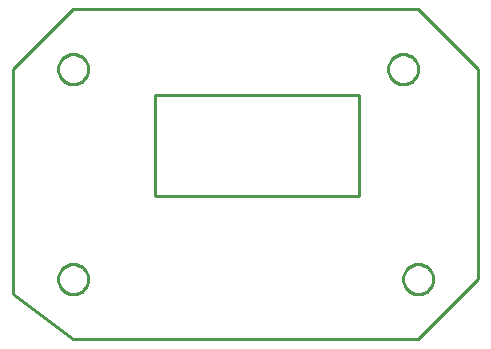
<source format=gbr>
G04 EAGLE Gerber RS-274X export*
G75*
%MOMM*%
%FSLAX34Y34*%
%LPD*%
%IN*%
%IPPOS*%
%AMOC8*
5,1,8,0,0,1.08239X$1,22.5*%
G01*
G04 Define Apertures*
%ADD10C,0.254000*%
D10*
X-63500Y114300D02*
X-12700Y76200D01*
X279400Y76200D01*
X330200Y127000D01*
X330200Y304800D01*
X279400Y355600D01*
X-12700Y355600D01*
X-63500Y304800D01*
X-63500Y114300D01*
X56500Y197200D02*
X229200Y197100D01*
X229200Y283200D01*
X56500Y283300D01*
X56500Y197200D01*
X0Y304301D02*
X0Y305299D01*
X-78Y306294D01*
X-234Y307280D01*
X-467Y308250D01*
X-776Y309199D01*
X-1158Y310121D01*
X-1611Y311010D01*
X-2132Y311861D01*
X-2719Y312669D01*
X-3367Y313427D01*
X-4073Y314133D01*
X-4831Y314781D01*
X-5639Y315368D01*
X-6490Y315889D01*
X-7379Y316342D01*
X-8301Y316724D01*
X-9250Y317033D01*
X-10220Y317266D01*
X-11206Y317422D01*
X-12201Y317500D01*
X-13199Y317500D01*
X-14194Y317422D01*
X-15180Y317266D01*
X-16150Y317033D01*
X-17099Y316724D01*
X-18021Y316342D01*
X-18910Y315889D01*
X-19761Y315368D01*
X-20569Y314781D01*
X-21327Y314133D01*
X-22033Y313427D01*
X-22681Y312669D01*
X-23268Y311861D01*
X-23789Y311010D01*
X-24242Y310121D01*
X-24624Y309199D01*
X-24933Y308250D01*
X-25166Y307280D01*
X-25322Y306294D01*
X-25400Y305299D01*
X-25400Y304301D01*
X-25322Y303306D01*
X-25166Y302320D01*
X-24933Y301350D01*
X-24624Y300401D01*
X-24242Y299479D01*
X-23789Y298590D01*
X-23268Y297739D01*
X-22681Y296931D01*
X-22033Y296173D01*
X-21327Y295467D01*
X-20569Y294819D01*
X-19761Y294232D01*
X-18910Y293711D01*
X-18021Y293258D01*
X-17099Y292876D01*
X-16150Y292567D01*
X-15180Y292334D01*
X-14194Y292178D01*
X-13199Y292100D01*
X-12201Y292100D01*
X-11206Y292178D01*
X-10220Y292334D01*
X-9250Y292567D01*
X-8301Y292876D01*
X-7379Y293258D01*
X-6490Y293711D01*
X-5639Y294232D01*
X-4831Y294819D01*
X-4073Y295467D01*
X-3367Y296173D01*
X-2719Y296931D01*
X-2132Y297739D01*
X-1611Y298590D01*
X-1158Y299479D01*
X-776Y300401D01*
X-467Y301350D01*
X-234Y302320D01*
X-78Y303306D01*
X0Y304301D01*
X0Y126501D02*
X0Y127499D01*
X-78Y128494D01*
X-234Y129480D01*
X-467Y130450D01*
X-776Y131399D01*
X-1158Y132321D01*
X-1611Y133210D01*
X-2132Y134061D01*
X-2719Y134869D01*
X-3367Y135627D01*
X-4073Y136333D01*
X-4831Y136981D01*
X-5639Y137568D01*
X-6490Y138089D01*
X-7379Y138542D01*
X-8301Y138924D01*
X-9250Y139233D01*
X-10220Y139466D01*
X-11206Y139622D01*
X-12201Y139700D01*
X-13199Y139700D01*
X-14194Y139622D01*
X-15180Y139466D01*
X-16150Y139233D01*
X-17099Y138924D01*
X-18021Y138542D01*
X-18910Y138089D01*
X-19761Y137568D01*
X-20569Y136981D01*
X-21327Y136333D01*
X-22033Y135627D01*
X-22681Y134869D01*
X-23268Y134061D01*
X-23789Y133210D01*
X-24242Y132321D01*
X-24624Y131399D01*
X-24933Y130450D01*
X-25166Y129480D01*
X-25322Y128494D01*
X-25400Y127499D01*
X-25400Y126501D01*
X-25322Y125506D01*
X-25166Y124520D01*
X-24933Y123550D01*
X-24624Y122601D01*
X-24242Y121679D01*
X-23789Y120790D01*
X-23268Y119939D01*
X-22681Y119131D01*
X-22033Y118373D01*
X-21327Y117667D01*
X-20569Y117019D01*
X-19761Y116432D01*
X-18910Y115911D01*
X-18021Y115458D01*
X-17099Y115076D01*
X-16150Y114767D01*
X-15180Y114534D01*
X-14194Y114378D01*
X-13199Y114300D01*
X-12201Y114300D01*
X-11206Y114378D01*
X-10220Y114534D01*
X-9250Y114767D01*
X-8301Y115076D01*
X-7379Y115458D01*
X-6490Y115911D01*
X-5639Y116432D01*
X-4831Y117019D01*
X-4073Y117667D01*
X-3367Y118373D01*
X-2719Y119131D01*
X-2132Y119939D01*
X-1611Y120790D01*
X-1158Y121679D01*
X-776Y122601D01*
X-467Y123550D01*
X-234Y124520D01*
X-78Y125506D01*
X0Y126501D01*
X279400Y304301D02*
X279400Y305299D01*
X279322Y306294D01*
X279166Y307280D01*
X278933Y308250D01*
X278624Y309199D01*
X278242Y310121D01*
X277789Y311010D01*
X277268Y311861D01*
X276681Y312669D01*
X276033Y313427D01*
X275327Y314133D01*
X274569Y314781D01*
X273761Y315368D01*
X272910Y315889D01*
X272021Y316342D01*
X271099Y316724D01*
X270150Y317033D01*
X269180Y317266D01*
X268194Y317422D01*
X267199Y317500D01*
X266201Y317500D01*
X265206Y317422D01*
X264220Y317266D01*
X263250Y317033D01*
X262301Y316724D01*
X261379Y316342D01*
X260490Y315889D01*
X259639Y315368D01*
X258831Y314781D01*
X258073Y314133D01*
X257367Y313427D01*
X256719Y312669D01*
X256132Y311861D01*
X255611Y311010D01*
X255158Y310121D01*
X254776Y309199D01*
X254467Y308250D01*
X254234Y307280D01*
X254078Y306294D01*
X254000Y305299D01*
X254000Y304301D01*
X254078Y303306D01*
X254234Y302320D01*
X254467Y301350D01*
X254776Y300401D01*
X255158Y299479D01*
X255611Y298590D01*
X256132Y297739D01*
X256719Y296931D01*
X257367Y296173D01*
X258073Y295467D01*
X258831Y294819D01*
X259639Y294232D01*
X260490Y293711D01*
X261379Y293258D01*
X262301Y292876D01*
X263250Y292567D01*
X264220Y292334D01*
X265206Y292178D01*
X266201Y292100D01*
X267199Y292100D01*
X268194Y292178D01*
X269180Y292334D01*
X270150Y292567D01*
X271099Y292876D01*
X272021Y293258D01*
X272910Y293711D01*
X273761Y294232D01*
X274569Y294819D01*
X275327Y295467D01*
X276033Y296173D01*
X276681Y296931D01*
X277268Y297739D01*
X277789Y298590D01*
X278242Y299479D01*
X278624Y300401D01*
X278933Y301350D01*
X279166Y302320D01*
X279322Y303306D01*
X279400Y304301D01*
X292100Y126501D02*
X292100Y127499D01*
X292022Y128494D01*
X291866Y129480D01*
X291633Y130450D01*
X291324Y131399D01*
X290942Y132321D01*
X290489Y133210D01*
X289968Y134061D01*
X289381Y134869D01*
X288733Y135627D01*
X288027Y136333D01*
X287269Y136981D01*
X286461Y137568D01*
X285610Y138089D01*
X284721Y138542D01*
X283799Y138924D01*
X282850Y139233D01*
X281880Y139466D01*
X280894Y139622D01*
X279899Y139700D01*
X278901Y139700D01*
X277906Y139622D01*
X276920Y139466D01*
X275950Y139233D01*
X275001Y138924D01*
X274079Y138542D01*
X273190Y138089D01*
X272339Y137568D01*
X271531Y136981D01*
X270773Y136333D01*
X270067Y135627D01*
X269419Y134869D01*
X268832Y134061D01*
X268311Y133210D01*
X267858Y132321D01*
X267476Y131399D01*
X267167Y130450D01*
X266934Y129480D01*
X266778Y128494D01*
X266700Y127499D01*
X266700Y126501D01*
X266778Y125506D01*
X266934Y124520D01*
X267167Y123550D01*
X267476Y122601D01*
X267858Y121679D01*
X268311Y120790D01*
X268832Y119939D01*
X269419Y119131D01*
X270067Y118373D01*
X270773Y117667D01*
X271531Y117019D01*
X272339Y116432D01*
X273190Y115911D01*
X274079Y115458D01*
X275001Y115076D01*
X275950Y114767D01*
X276920Y114534D01*
X277906Y114378D01*
X278901Y114300D01*
X279899Y114300D01*
X280894Y114378D01*
X281880Y114534D01*
X282850Y114767D01*
X283799Y115076D01*
X284721Y115458D01*
X285610Y115911D01*
X286461Y116432D01*
X287269Y117019D01*
X288027Y117667D01*
X288733Y118373D01*
X289381Y119131D01*
X289968Y119939D01*
X290489Y120790D01*
X290942Y121679D01*
X291324Y122601D01*
X291633Y123550D01*
X291866Y124520D01*
X292022Y125506D01*
X292100Y126501D01*
M02*

</source>
